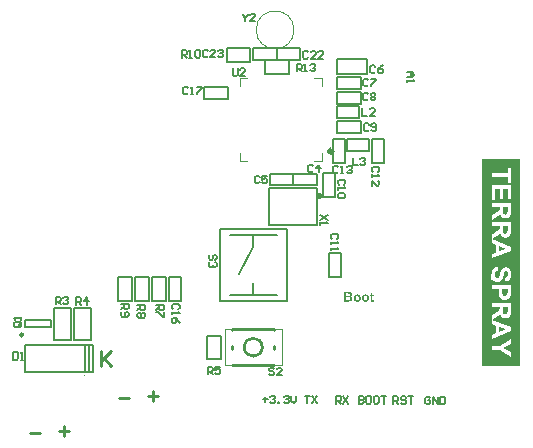
<source format=gto>
G04*
G04 #@! TF.GenerationSoftware,Altium Limited,Altium Designer,20.2.6 (244)*
G04*
G04 Layer_Color=16777215*
%FSLAX44Y44*%
%MOMM*%
G71*
G04*
G04 #@! TF.SameCoordinates,7CDA323B-E038-41B1-B74F-359B52FF9F59*
G04*
G04*
G04 #@! TF.FilePolarity,Positive*
G04*
G01*
G75*
%ADD10C,0.2540*%
%ADD11C,0.2000*%
%ADD12C,0.1000*%
%ADD13C,0.3000*%
%ADD14C,0.2500*%
%ADD15C,0.0760*%
%ADD16C,0.1270*%
%ADD17C,0.1520*%
G36*
X436284Y68016D02*
X404250D01*
Y243250D01*
X436284D01*
Y68016D01*
D02*
G37*
G36*
X291293Y130631D02*
X291528Y130619D01*
X291764Y130606D01*
X291987Y130582D01*
X292185Y130557D01*
X292210D01*
X292272Y130545D01*
X292359Y130520D01*
X292470Y130483D01*
X292607Y130445D01*
X292756Y130383D01*
X292892Y130309D01*
X293041Y130222D01*
X293053Y130210D01*
X293103Y130173D01*
X293177Y130123D01*
X293264Y130036D01*
X293351Y129937D01*
X293462Y129826D01*
X293561Y129689D01*
X293660Y129541D01*
X293673Y129516D01*
X293698Y129466D01*
X293747Y129379D01*
X293797Y129268D01*
X293834Y129119D01*
X293883Y128958D01*
X293908Y128784D01*
X293921Y128586D01*
Y128561D01*
Y128487D01*
X293908Y128375D01*
X293883Y128239D01*
X293846Y128078D01*
X293784Y127904D01*
X293710Y127718D01*
X293611Y127533D01*
X293598Y127508D01*
X293549Y127458D01*
X293487Y127371D01*
X293388Y127272D01*
X293264Y127148D01*
X293127Y127037D01*
X292954Y126925D01*
X292768Y126826D01*
X292780D01*
X292805Y126813D01*
X292842Y126801D01*
X292892Y126789D01*
X293028Y126727D01*
X293189Y126652D01*
X293375Y126553D01*
X293561Y126429D01*
X293747Y126268D01*
X293908Y126082D01*
X293921Y126057D01*
X293970Y125996D01*
X294032Y125884D01*
X294119Y125735D01*
X294193Y125549D01*
X294255Y125351D01*
X294305Y125115D01*
X294317Y124855D01*
Y124830D01*
Y124756D01*
X294305Y124657D01*
X294280Y124508D01*
X294255Y124347D01*
X294206Y124161D01*
X294144Y123975D01*
X294057Y123777D01*
X294045Y123752D01*
X294007Y123690D01*
X293946Y123591D01*
X293871Y123479D01*
X293772Y123343D01*
X293648Y123207D01*
X293512Y123058D01*
X293351Y122934D01*
X293326Y122921D01*
X293276Y122884D01*
X293177Y122835D01*
X293041Y122773D01*
X292880Y122698D01*
X292694Y122636D01*
X292483Y122587D01*
X292247Y122550D01*
X292198D01*
X292161Y122537D01*
X292037D01*
X291950Y122525D01*
X291727D01*
X291578Y122512D01*
X291243D01*
X291033Y122500D01*
X287500D01*
Y130644D01*
X291082D01*
X291293Y130631D01*
D02*
G37*
G36*
X311212Y128400D02*
X312278D01*
Y127161D01*
X311212D01*
Y124756D01*
Y124743D01*
Y124731D01*
Y124694D01*
Y124644D01*
Y124520D01*
Y124384D01*
X311224Y124235D01*
Y124099D01*
Y123987D01*
X311237Y123938D01*
Y123913D01*
Y123888D01*
X311262Y123839D01*
X311311Y123777D01*
X311373Y123715D01*
X311398Y123702D01*
X311448Y123678D01*
X311534Y123653D01*
X311633Y123640D01*
X311671D01*
X311720Y123653D01*
X311795Y123665D01*
X311881Y123678D01*
X311993Y123702D01*
X312117Y123740D01*
X312266Y123789D01*
X312402Y122574D01*
X312377Y122562D01*
X312303Y122537D01*
X312191Y122500D01*
X312043Y122463D01*
X311857Y122426D01*
X311646Y122388D01*
X311410Y122364D01*
X311162Y122351D01*
X311088D01*
X311014Y122364D01*
X310914D01*
X310791Y122388D01*
X310667Y122413D01*
X310530Y122438D01*
X310406Y122488D01*
X310394Y122500D01*
X310357Y122512D01*
X310295Y122537D01*
X310220Y122587D01*
X310059Y122698D01*
X309972Y122773D01*
X309911Y122847D01*
X309898Y122859D01*
X309886Y122884D01*
X309861Y122946D01*
X309824Y123008D01*
X309787Y123107D01*
X309749Y123207D01*
X309725Y123330D01*
X309700Y123467D01*
Y123479D01*
X309687Y123529D01*
Y123603D01*
X309675Y123702D01*
X309663Y123851D01*
Y124049D01*
X309650Y124285D01*
Y124421D01*
Y124570D01*
Y127161D01*
X308931D01*
Y128400D01*
X309650D01*
Y129565D01*
X311212Y130483D01*
Y128400D01*
D02*
G37*
G36*
X305523Y128512D02*
X305634Y128499D01*
X305770Y128475D01*
X305907Y128450D01*
X306068Y128413D01*
X306242Y128363D01*
X306415Y128313D01*
X306601Y128239D01*
X306775Y128152D01*
X306961Y128053D01*
X307146Y127929D01*
X307320Y127805D01*
X307481Y127644D01*
X307493Y127632D01*
X307518Y127607D01*
X307555Y127557D01*
X307617Y127483D01*
X307679Y127409D01*
X307754Y127297D01*
X307828Y127185D01*
X307915Y127049D01*
X307989Y126888D01*
X308064Y126727D01*
X308138Y126541D01*
X308200Y126355D01*
X308262Y126144D01*
X308299Y125921D01*
X308324Y125698D01*
X308336Y125450D01*
Y125438D01*
Y125388D01*
Y125326D01*
X308324Y125227D01*
X308312Y125115D01*
X308287Y124979D01*
X308262Y124830D01*
X308225Y124669D01*
X308188Y124496D01*
X308126Y124322D01*
X308051Y124136D01*
X307977Y123950D01*
X307865Y123764D01*
X307754Y123578D01*
X307617Y123405D01*
X307469Y123231D01*
X307456Y123219D01*
X307432Y123194D01*
X307382Y123145D01*
X307320Y123095D01*
X307233Y123033D01*
X307134Y122959D01*
X307010Y122872D01*
X306874Y122797D01*
X306725Y122711D01*
X306564Y122624D01*
X306390Y122550D01*
X306192Y122488D01*
X305994Y122438D01*
X305770Y122388D01*
X305535Y122364D01*
X305299Y122351D01*
X305163D01*
X305089Y122364D01*
X305002Y122376D01*
X304804Y122401D01*
X304568Y122438D01*
X304308Y122500D01*
X304035Y122587D01*
X303762Y122711D01*
X303750D01*
X303725Y122723D01*
X303688Y122748D01*
X303639Y122785D01*
X303515Y122872D01*
X303354Y122983D01*
X303167Y123132D01*
X302982Y123318D01*
X302808Y123541D01*
X302647Y123789D01*
Y123801D01*
X302635Y123826D01*
X302610Y123863D01*
X302585Y123913D01*
X302560Y123987D01*
X302535Y124062D01*
X302498Y124161D01*
X302461Y124272D01*
X302399Y124520D01*
X302337Y124818D01*
X302288Y125153D01*
X302275Y125512D01*
Y125524D01*
Y125549D01*
Y125586D01*
X302288Y125648D01*
Y125710D01*
X302300Y125797D01*
X302325Y125996D01*
X302362Y126231D01*
X302436Y126479D01*
X302523Y126752D01*
X302647Y127024D01*
Y127037D01*
X302659Y127061D01*
X302684Y127099D01*
X302721Y127148D01*
X302808Y127272D01*
X302932Y127433D01*
X303081Y127619D01*
X303267Y127805D01*
X303477Y127979D01*
X303725Y128140D01*
X303738D01*
X303762Y128152D01*
X303800Y128177D01*
X303849Y128202D01*
X303911Y128227D01*
X303998Y128264D01*
X304184Y128338D01*
X304419Y128400D01*
X304692Y128462D01*
X304977Y128512D01*
X305299Y128524D01*
X305424D01*
X305523Y128512D01*
D02*
G37*
G36*
X298581D02*
X298693Y128499D01*
X298829Y128475D01*
X298966Y128450D01*
X299127Y128413D01*
X299300Y128363D01*
X299474Y128313D01*
X299660Y128239D01*
X299833Y128152D01*
X300019Y128053D01*
X300205Y127929D01*
X300379Y127805D01*
X300540Y127644D01*
X300552Y127632D01*
X300577Y127607D01*
X300614Y127557D01*
X300676Y127483D01*
X300738Y127409D01*
X300812Y127297D01*
X300887Y127185D01*
X300974Y127049D01*
X301048Y126888D01*
X301122Y126727D01*
X301197Y126541D01*
X301259Y126355D01*
X301321Y126144D01*
X301358Y125921D01*
X301383Y125698D01*
X301395Y125450D01*
Y125438D01*
Y125388D01*
Y125326D01*
X301383Y125227D01*
X301370Y125115D01*
X301345Y124979D01*
X301321Y124830D01*
X301283Y124669D01*
X301246Y124496D01*
X301184Y124322D01*
X301110Y124136D01*
X301036Y123950D01*
X300924Y123764D01*
X300812Y123578D01*
X300676Y123405D01*
X300527Y123231D01*
X300515Y123219D01*
X300490Y123194D01*
X300441Y123145D01*
X300379Y123095D01*
X300292Y123033D01*
X300193Y122959D01*
X300069Y122872D01*
X299932Y122797D01*
X299784Y122711D01*
X299622Y122624D01*
X299449Y122550D01*
X299251Y122488D01*
X299052Y122438D01*
X298829Y122388D01*
X298594Y122364D01*
X298358Y122351D01*
X298222D01*
X298148Y122364D01*
X298061Y122376D01*
X297862Y122401D01*
X297627Y122438D01*
X297367Y122500D01*
X297094Y122587D01*
X296821Y122711D01*
X296809D01*
X296784Y122723D01*
X296747Y122748D01*
X296697Y122785D01*
X296573Y122872D01*
X296412Y122983D01*
X296226Y123132D01*
X296040Y123318D01*
X295867Y123541D01*
X295706Y123789D01*
Y123801D01*
X295693Y123826D01*
X295668Y123863D01*
X295644Y123913D01*
X295619Y123987D01*
X295594Y124062D01*
X295557Y124161D01*
X295520Y124272D01*
X295458Y124520D01*
X295396Y124818D01*
X295346Y125153D01*
X295334Y125512D01*
Y125524D01*
Y125549D01*
Y125586D01*
X295346Y125648D01*
Y125710D01*
X295359Y125797D01*
X295383Y125996D01*
X295420Y126231D01*
X295495Y126479D01*
X295582Y126752D01*
X295706Y127024D01*
Y127037D01*
X295718Y127061D01*
X295743Y127099D01*
X295780Y127148D01*
X295867Y127272D01*
X295991Y127433D01*
X296140Y127619D01*
X296325Y127805D01*
X296536Y127979D01*
X296784Y128140D01*
X296796D01*
X296821Y128152D01*
X296858Y128177D01*
X296908Y128202D01*
X296970Y128227D01*
X297057Y128264D01*
X297243Y128338D01*
X297478Y128400D01*
X297751Y128462D01*
X298036Y128512D01*
X298358Y128524D01*
X298482D01*
X298581Y128512D01*
D02*
G37*
%LPC*%
G36*
X428298Y235598D02*
X412261D01*
Y222930D01*
D01*
Y227641D01*
X425588D01*
Y222930D01*
X428298D01*
Y235598D01*
D02*
G37*
G36*
Y220806D02*
X412261D01*
Y208626D01*
X414970D01*
Y217560D01*
X419315D01*
Y209553D01*
X422024D01*
Y217560D01*
X425588D01*
Y208943D01*
X428298D01*
Y220806D01*
D02*
G37*
G36*
Y205868D02*
X412261D01*
Y191515D01*
X415385Y193468D01*
X415727Y193687D01*
X416020Y193883D01*
X416313Y194053D01*
X416581Y194249D01*
X417020Y194542D01*
X417387Y194810D01*
X417655Y195030D01*
X417826Y195176D01*
X417948Y195274D01*
X417972Y195298D01*
X418241Y195567D01*
X418485Y195860D01*
X418729Y196153D01*
X418924Y196421D01*
X419095Y196665D01*
X419217Y196861D01*
X419291Y196982D01*
X419315Y197007D01*
Y197031D01*
X419388Y196641D01*
X419461Y196299D01*
X419559Y195957D01*
X419681Y195664D01*
X419803Y195371D01*
X419925Y195103D01*
X420047Y194883D01*
X420169Y194664D01*
X420291Y194493D01*
X420413Y194322D01*
X420535Y194200D01*
X420609Y194078D01*
X420706Y194005D01*
X420755Y193931D01*
X420779Y193883D01*
X420804D01*
X421024Y193687D01*
X421268Y193516D01*
X421756Y193272D01*
X422268Y193077D01*
X422732Y192931D01*
X423147Y192857D01*
X423318Y192833D01*
X423489D01*
X423611Y192808D01*
X423709D01*
X423757D01*
X423782D01*
X424295Y192833D01*
X424783Y192906D01*
X425198Y193028D01*
X425564Y193150D01*
X425881Y193297D01*
X426101Y193394D01*
X426247Y193492D01*
X426296Y193516D01*
X426687Y193809D01*
X427004Y194102D01*
X427272Y194420D01*
X427492Y194713D01*
X427663Y194981D01*
X427785Y195201D01*
X427834Y195347D01*
X427858Y195371D01*
Y195396D01*
X427932Y195616D01*
X428005Y195884D01*
X428102Y196470D01*
X428200Y197080D01*
X428249Y197690D01*
X428273Y197959D01*
Y198472D01*
X428298Y198691D01*
Y205868D01*
D02*
G37*
G36*
Y189708D02*
X412261D01*
Y186462D01*
X418949D01*
Y185437D01*
X418924Y185095D01*
X418900Y184827D01*
X418851Y184607D01*
X418827Y184436D01*
X418778Y184314D01*
X418754Y184241D01*
Y184216D01*
X418680Y184021D01*
X418583Y183850D01*
X418363Y183533D01*
X418265Y183411D01*
X418168Y183313D01*
X418119Y183265D01*
X418094Y183240D01*
X417997Y183142D01*
X417850Y183045D01*
X417509Y182776D01*
X417142Y182483D01*
X416727Y182215D01*
X416337Y181946D01*
X416190Y181824D01*
X416020Y181727D01*
X415898Y181653D01*
X415800Y181580D01*
X415751Y181556D01*
X415727Y181531D01*
X412261Y179237D01*
Y179457D01*
Y175356D01*
X415385Y177309D01*
X415727Y177528D01*
X416020Y177724D01*
X416313Y177894D01*
X416581Y178090D01*
X417020Y178383D01*
X417387Y178651D01*
X417655Y178871D01*
X417826Y179017D01*
X417948Y179115D01*
X417972Y179139D01*
X418241Y179408D01*
X418485Y179701D01*
X418729Y179994D01*
X418924Y180262D01*
X419095Y180506D01*
X419217Y180702D01*
X419291Y180823D01*
X419315Y180848D01*
Y180872D01*
X419388Y180482D01*
X419461Y180140D01*
X419559Y179798D01*
X419681Y179505D01*
X419803Y179212D01*
X419925Y178944D01*
X420047Y178724D01*
X420169Y178505D01*
X420291Y178334D01*
X420413Y178163D01*
X420535Y178041D01*
X420609Y177919D01*
X420706Y177846D01*
X420755Y177772D01*
X420779Y177724D01*
X420804D01*
X421024Y177528D01*
X421268Y177357D01*
X421756Y177113D01*
X422268Y176918D01*
X422732Y176772D01*
X423147Y176698D01*
X423318Y176674D01*
X423489D01*
X423611Y176649D01*
X423709D01*
X423757D01*
X423782D01*
X424295Y176674D01*
X424783Y176747D01*
X425198Y176869D01*
X425564Y176991D01*
X425881Y177138D01*
X426101Y177235D01*
X426247Y177333D01*
X426296Y177357D01*
X426687Y177650D01*
X427004Y177943D01*
X427272Y178260D01*
X427492Y178553D01*
X427663Y178822D01*
X427785Y179042D01*
X427834Y179188D01*
X427858Y179212D01*
Y179237D01*
X427932Y179457D01*
X428005Y179725D01*
X428102Y180311D01*
X428200Y180921D01*
X428249Y181531D01*
X428273Y181800D01*
Y182313D01*
X428298Y182532D01*
Y189708D01*
D02*
G37*
G36*
Y175185D02*
X412261D01*
Y159099D01*
D01*
X428298Y165543D01*
Y168960D01*
X412261Y175185D01*
X428298D01*
D01*
D02*
G37*
G36*
X428566Y152020D02*
X411968D01*
Y138986D01*
Y145406D01*
X411992Y144649D01*
X412065Y143990D01*
X412139Y143404D01*
X412261Y142891D01*
X412309Y142672D01*
X412358Y142476D01*
X412407Y142330D01*
X412431Y142183D01*
X412480Y142086D01*
X412505Y142013D01*
X412529Y141964D01*
Y141939D01*
X412773Y141427D01*
X413066Y141012D01*
X413359Y140621D01*
X413652Y140328D01*
X413896Y140084D01*
X414116Y139913D01*
X414262Y139791D01*
X414287Y139767D01*
X414311D01*
X414775Y139498D01*
X415239Y139303D01*
X415678Y139181D01*
X416068Y139083D01*
X416410Y139035D01*
X416679Y138986D01*
X416923D01*
X417460Y139010D01*
X417948Y139083D01*
X418387Y139206D01*
X418754Y139303D01*
X419046Y139425D01*
X419291Y139547D01*
X419413Y139620D01*
X419461Y139645D01*
X419827Y139913D01*
X420169Y140182D01*
X420438Y140475D01*
X420682Y140768D01*
X420853Y141012D01*
X420999Y141207D01*
X421072Y141354D01*
X421097Y141378D01*
Y141402D01*
X421219Y141622D01*
X421316Y141866D01*
X421536Y142428D01*
X421707Y142989D01*
X421902Y143575D01*
X422024Y144087D01*
X422098Y144307D01*
X422146Y144502D01*
X422195Y144673D01*
X422220Y144795D01*
X422244Y144868D01*
Y144893D01*
X422342Y145308D01*
X422464Y145698D01*
X422561Y146040D01*
X422659Y146333D01*
X422732Y146626D01*
X422830Y146846D01*
X422903Y147065D01*
X423001Y147236D01*
X423074Y147407D01*
X423123Y147529D01*
X423220Y147724D01*
X423294Y147822D01*
X423318Y147846D01*
X423489Y147993D01*
X423635Y148115D01*
X423806Y148188D01*
X423953Y148261D01*
X424099Y148286D01*
X424197Y148310D01*
X424270D01*
X424295D01*
X424514Y148286D01*
X424709Y148237D01*
X424880Y148164D01*
X425027Y148066D01*
X425149Y147969D01*
X425222Y147895D01*
X425271Y147846D01*
X425295Y147822D01*
X425490Y147505D01*
X425637Y147139D01*
X425735Y146772D01*
X425808Y146431D01*
X425857Y146113D01*
X425881Y145845D01*
Y145625D01*
X425857Y145137D01*
X425783Y144722D01*
X425710Y144380D01*
X425613Y144087D01*
X425490Y143868D01*
X425417Y143721D01*
X425344Y143624D01*
X425320Y143599D01*
X425100Y143355D01*
X424832Y143160D01*
X424538Y143013D01*
X424246Y142891D01*
X423977Y142794D01*
X423757Y142745D01*
X423611Y142696D01*
X423587D01*
X423562D01*
X423684Y139450D01*
X424075Y139474D01*
X424465Y139547D01*
X424832Y139645D01*
X425173Y139742D01*
X425759Y140011D01*
X426027Y140133D01*
X426272Y140280D01*
X426491Y140426D01*
X426687Y140572D01*
X426857Y140695D01*
X426979Y140816D01*
X427077Y140914D01*
X427150Y140987D01*
X427199Y141036D01*
X427224Y141061D01*
X427468Y141354D01*
X427663Y141695D01*
X427858Y142037D01*
X428005Y142403D01*
X428249Y143160D01*
X428395Y143892D01*
X428444Y144234D01*
X428493Y144551D01*
X428517Y144844D01*
X428542Y145113D01*
X428566Y145308D01*
Y145601D01*
X428542Y146260D01*
X428469Y146870D01*
X428395Y147407D01*
X428298Y147871D01*
X428176Y148237D01*
X428127Y148383D01*
X428102Y148505D01*
X428054Y148603D01*
X428029Y148701D01*
X428005Y148725D01*
Y148750D01*
X427785Y149213D01*
X427517Y149604D01*
X427248Y149946D01*
X426979Y150214D01*
X426735Y150434D01*
X426540Y150605D01*
X426418Y150702D01*
X426394Y150727D01*
X426369D01*
X425954Y150946D01*
X425564Y151117D01*
X425173Y151239D01*
X424832Y151313D01*
X424514Y151361D01*
X424295Y151410D01*
X424197D01*
X424124D01*
X424099D01*
X424075D01*
X423733Y151386D01*
X423391Y151337D01*
X423074Y151264D01*
X422781Y151191D01*
X422220Y150946D01*
X421756Y150678D01*
X421561Y150531D01*
X421365Y150409D01*
X421219Y150287D01*
X421097Y150165D01*
X420999Y150092D01*
X420926Y150019D01*
X420877Y149970D01*
X420853Y149946D01*
X420682Y149726D01*
X420511Y149482D01*
X420194Y148945D01*
X419925Y148335D01*
X419706Y147724D01*
X419510Y147187D01*
X419437Y146943D01*
X419388Y146724D01*
X419339Y146553D01*
X419291Y146431D01*
X419266Y146333D01*
Y146309D01*
X419169Y145942D01*
X419095Y145625D01*
X419022Y145332D01*
X418949Y145064D01*
X418876Y144820D01*
X418827Y144624D01*
X418778Y144429D01*
X418729Y144283D01*
X418656Y144038D01*
X418607Y143868D01*
X418558Y143770D01*
Y143746D01*
X418436Y143453D01*
X418314Y143209D01*
X418217Y143013D01*
X418094Y142843D01*
X417997Y142720D01*
X417924Y142647D01*
X417875Y142598D01*
X417850Y142574D01*
X417704Y142452D01*
X417533Y142379D01*
X417240Y142281D01*
X417094Y142257D01*
X416996Y142232D01*
X416923D01*
X416898D01*
X416581Y142257D01*
X416288Y142354D01*
X416020Y142476D01*
X415800Y142623D01*
X415605Y142794D01*
X415483Y142916D01*
X415385Y143013D01*
X415361Y143038D01*
X415141Y143355D01*
X414970Y143721D01*
X414872Y144112D01*
X414775Y144502D01*
X414726Y144844D01*
X414702Y145113D01*
Y145381D01*
X414726Y145918D01*
X414824Y146382D01*
X414946Y146772D01*
X415068Y147114D01*
X415214Y147383D01*
X415312Y147578D01*
X415409Y147700D01*
X415434Y147749D01*
X415751Y148042D01*
X416117Y148286D01*
X416508Y148481D01*
X416874Y148628D01*
X417240Y148750D01*
X417509Y148823D01*
X417631Y148847D01*
X417704D01*
X417753Y148872D01*
X417777D01*
X417460Y152020D01*
X428566D01*
D02*
G37*
G36*
X428298Y136228D02*
X412261D01*
Y123950D01*
D01*
Y132981D01*
X418314D01*
Y130101D01*
X418339Y129759D01*
Y129442D01*
X418363Y129124D01*
X418387Y128856D01*
X418412Y128612D01*
X418436Y128392D01*
Y128197D01*
X418461Y128026D01*
X418485Y127879D01*
X418509Y127758D01*
Y127660D01*
X418534Y127587D01*
Y127538D01*
X418632Y127220D01*
X418729Y126903D01*
X418851Y126635D01*
X418998Y126366D01*
X419095Y126171D01*
X419193Y126000D01*
X419266Y125878D01*
X419291Y125854D01*
X419535Y125561D01*
X419779Y125292D01*
X420047Y125048D01*
X420316Y124853D01*
X420535Y124706D01*
X420706Y124584D01*
X420828Y124511D01*
X420877Y124487D01*
X421268Y124316D01*
X421683Y124169D01*
X422098Y124072D01*
X422488Y124023D01*
X422830Y123974D01*
X423098Y123950D01*
X423343D01*
X424026Y123998D01*
X424636Y124096D01*
X425173Y124242D01*
X425637Y124413D01*
X425979Y124609D01*
X426125Y124682D01*
X426247Y124755D01*
X426345Y124804D01*
X426418Y124853D01*
X426442Y124902D01*
X426467D01*
X426882Y125268D01*
X427224Y125658D01*
X427517Y126024D01*
X427712Y126391D01*
X427883Y126708D01*
X427980Y126976D01*
X428005Y127074D01*
X428029Y127123D01*
X428054Y127172D01*
Y127196D01*
X428102Y127391D01*
X428127Y127611D01*
X428176Y127879D01*
X428200Y128172D01*
X428249Y128807D01*
X428273Y129466D01*
Y129783D01*
X428298Y130076D01*
Y136228D01*
D02*
G37*
G36*
Y121289D02*
X412261D01*
Y106936D01*
X415385Y108889D01*
X415727Y109109D01*
X416020Y109304D01*
X416313Y109475D01*
X416581Y109670D01*
X417020Y109963D01*
X417387Y110232D01*
X417655Y110451D01*
X417826Y110598D01*
X417948Y110695D01*
X417972Y110720D01*
X418241Y110988D01*
X418485Y111281D01*
X418729Y111574D01*
X418924Y111842D01*
X419095Y112087D01*
X419217Y112282D01*
X419291Y112404D01*
X419315Y112428D01*
Y112453D01*
X419388Y112062D01*
X419461Y111721D01*
X419559Y111379D01*
X419681Y111086D01*
X419803Y110793D01*
X419925Y110524D01*
X420047Y110305D01*
X420169Y110085D01*
X420291Y109914D01*
X420413Y109743D01*
X420535Y109621D01*
X420609Y109499D01*
X420706Y109426D01*
X420755Y109353D01*
X420779Y109304D01*
X420804D01*
X421024Y109109D01*
X421268Y108938D01*
X421756Y108694D01*
X422268Y108498D01*
X422732Y108352D01*
X423147Y108279D01*
X423318Y108254D01*
X423489D01*
X423611Y108230D01*
X423709D01*
X423757D01*
X423782D01*
X424295Y108254D01*
X424783Y108328D01*
X425198Y108450D01*
X425564Y108572D01*
X425881Y108718D01*
X426101Y108816D01*
X426247Y108913D01*
X426296Y108938D01*
X426687Y109231D01*
X427004Y109524D01*
X427272Y109841D01*
X427492Y110134D01*
X427663Y110402D01*
X427785Y110622D01*
X427834Y110768D01*
X427858Y110793D01*
Y110817D01*
X427932Y111037D01*
X428005Y111306D01*
X428102Y111891D01*
X428200Y112502D01*
X428249Y113112D01*
X428273Y113380D01*
Y113893D01*
X428298Y114113D01*
Y121289D01*
D02*
G37*
G36*
Y106765D02*
X412261D01*
Y90680D01*
D01*
X428298Y97124D01*
Y100541D01*
X412261Y106765D01*
X428298D01*
D01*
D02*
G37*
G36*
Y90631D02*
X412261D01*
Y75668D01*
D01*
Y81526D01*
X418973D01*
X428298Y75668D01*
Y79378D01*
X421927Y83088D01*
X428298Y86872D01*
Y90631D01*
X418998Y84773D01*
X412261D01*
Y90631D01*
X428298D01*
D01*
D02*
G37*
%LPD*%
G36*
X425588Y230887D02*
X412261D01*
Y235598D01*
X425588D01*
Y230887D01*
D02*
G37*
G36*
Y198935D02*
X425564Y198716D01*
Y198227D01*
X425539Y198008D01*
Y197886D01*
X425515Y197812D01*
Y197788D01*
X425442Y197519D01*
X425368Y197275D01*
X425271Y197080D01*
X425149Y196909D01*
X425051Y196763D01*
X424953Y196665D01*
X424905Y196616D01*
X424880Y196592D01*
X424685Y196446D01*
X424465Y196348D01*
X424246Y196250D01*
X424050Y196201D01*
X423880Y196177D01*
X423733Y196153D01*
X423611D01*
X423587D01*
X423318Y196177D01*
X423098Y196201D01*
X422879Y196250D01*
X422708Y196324D01*
X422561Y196397D01*
X422464Y196446D01*
X422391Y196470D01*
X422366Y196494D01*
X422195Y196616D01*
X422073Y196763D01*
X421853Y197056D01*
X421805Y197202D01*
X421756Y197300D01*
X421707Y197373D01*
Y197397D01*
X421683Y197519D01*
X421634Y197690D01*
X421609Y197861D01*
X421585Y198081D01*
X421561Y198545D01*
X421536Y199033D01*
X421512Y199497D01*
Y202621D01*
X425588D01*
Y198935D01*
D02*
G37*
G36*
X418949Y201596D02*
X418924Y201254D01*
X418900Y200986D01*
X418851Y200766D01*
X418827Y200595D01*
X418778Y200473D01*
X418754Y200400D01*
Y200375D01*
X418680Y200180D01*
X418583Y200009D01*
X418363Y199692D01*
X418265Y199570D01*
X418168Y199472D01*
X418119Y199424D01*
X418094Y199399D01*
X417997Y199301D01*
X417850Y199204D01*
X417509Y198935D01*
X417142Y198642D01*
X416727Y198374D01*
X416337Y198105D01*
X416190Y197983D01*
X416020Y197886D01*
X415898Y197812D01*
X415800Y197739D01*
X415751Y197715D01*
X415727Y197690D01*
X412261Y195396D01*
Y202621D01*
X418949D01*
Y201596D01*
D02*
G37*
G36*
X425588Y182776D02*
X425564Y182557D01*
Y182068D01*
X425539Y181849D01*
Y181727D01*
X425515Y181653D01*
Y181629D01*
X425442Y181360D01*
X425368Y181116D01*
X425271Y180921D01*
X425149Y180750D01*
X425051Y180604D01*
X424953Y180506D01*
X424905Y180457D01*
X424880Y180433D01*
X424685Y180287D01*
X424465Y180189D01*
X424246Y180091D01*
X424050Y180042D01*
X423880Y180018D01*
X423733Y179994D01*
X423611D01*
X423587D01*
X423318Y180018D01*
X423098Y180042D01*
X422879Y180091D01*
X422708Y180165D01*
X422561Y180238D01*
X422464Y180287D01*
X422391Y180311D01*
X422366Y180335D01*
X422195Y180457D01*
X422073Y180604D01*
X421853Y180897D01*
X421805Y181043D01*
X421756Y181141D01*
X421707Y181214D01*
Y181238D01*
X421683Y181360D01*
X421634Y181531D01*
X421609Y181702D01*
X421585Y181922D01*
X421561Y182386D01*
X421536Y182874D01*
X421512Y183338D01*
Y186462D01*
X425588D01*
Y182776D01*
D02*
G37*
G36*
X424563Y167276D02*
X418607Y165031D01*
Y169449D01*
X424563Y167276D01*
D02*
G37*
G36*
X415898Y170450D02*
Y163981D01*
X412261Y162614D01*
Y171768D01*
X415898Y170450D01*
D02*
G37*
G36*
X416972Y151947D02*
X416508Y151850D01*
X416068Y151728D01*
X415678Y151606D01*
X415312Y151435D01*
X414970Y151288D01*
X414677Y151117D01*
X414384Y150946D01*
X414165Y150775D01*
X413945Y150629D01*
X413774Y150483D01*
X413628Y150361D01*
X413506Y150239D01*
X413432Y150165D01*
X413383Y150117D01*
X413359Y150092D01*
X413115Y149775D01*
X412895Y149409D01*
X412724Y149043D01*
X412553Y148676D01*
X412431Y148286D01*
X412309Y147895D01*
X412139Y147139D01*
X412090Y146772D01*
X412041Y146455D01*
X412016Y146162D01*
X411992Y145918D01*
X411968Y145698D01*
Y152020D01*
X417460D01*
X416972Y151947D01*
D02*
G37*
G36*
X425588Y130565D02*
X425564Y130345D01*
X425539Y129930D01*
Y129613D01*
X425515Y129393D01*
X425490Y129247D01*
X425466Y129149D01*
Y129124D01*
X425393Y128832D01*
X425295Y128587D01*
X425173Y128343D01*
X425051Y128172D01*
X424929Y128002D01*
X424832Y127904D01*
X424758Y127831D01*
X424734Y127806D01*
X424514Y127635D01*
X424270Y127513D01*
X424026Y127416D01*
X423806Y127367D01*
X423611Y127318D01*
X423440Y127294D01*
X423343D01*
X423294D01*
X423050Y127318D01*
X422805Y127343D01*
X422586Y127416D01*
X422415Y127465D01*
X422268Y127538D01*
X422146Y127611D01*
X422073Y127635D01*
X422049Y127660D01*
X421853Y127806D01*
X421707Y127977D01*
X421561Y128148D01*
X421463Y128319D01*
X421365Y128465D01*
X421316Y128587D01*
X421292Y128661D01*
X421268Y128685D01*
X421219Y128807D01*
X421194Y128978D01*
X421121Y129344D01*
X421072Y129759D01*
X421048Y130198D01*
Y130589D01*
X421024Y130760D01*
Y132981D01*
X425588D01*
Y130565D01*
D02*
G37*
G36*
Y114357D02*
X425564Y114137D01*
Y113649D01*
X425539Y113429D01*
Y113307D01*
X425515Y113234D01*
Y113209D01*
X425442Y112941D01*
X425368Y112697D01*
X425271Y112502D01*
X425149Y112331D01*
X425051Y112184D01*
X424953Y112087D01*
X424905Y112038D01*
X424880Y112013D01*
X424685Y111867D01*
X424465Y111769D01*
X424246Y111672D01*
X424050Y111623D01*
X423880Y111599D01*
X423733Y111574D01*
X423611D01*
X423587D01*
X423318Y111599D01*
X423098Y111623D01*
X422879Y111672D01*
X422708Y111745D01*
X422561Y111818D01*
X422464Y111867D01*
X422391Y111891D01*
X422366Y111916D01*
X422195Y112038D01*
X422073Y112184D01*
X421853Y112477D01*
X421805Y112624D01*
X421756Y112721D01*
X421707Y112795D01*
Y112819D01*
X421683Y112941D01*
X421634Y113112D01*
X421609Y113283D01*
X421585Y113502D01*
X421561Y113966D01*
X421536Y114454D01*
X421512Y114918D01*
Y118042D01*
X425588D01*
Y114357D01*
D02*
G37*
G36*
X418949Y117017D02*
X418924Y116676D01*
X418900Y116407D01*
X418851Y116187D01*
X418827Y116017D01*
X418778Y115894D01*
X418754Y115821D01*
Y115797D01*
X418680Y115602D01*
X418583Y115431D01*
X418363Y115113D01*
X418265Y114991D01*
X418168Y114894D01*
X418119Y114845D01*
X418094Y114820D01*
X417997Y114723D01*
X417850Y114625D01*
X417509Y114357D01*
X417142Y114064D01*
X416727Y113795D01*
X416337Y113527D01*
X416190Y113405D01*
X416020Y113307D01*
X415898Y113234D01*
X415800Y113161D01*
X415751Y113136D01*
X415727Y113112D01*
X412261Y110817D01*
Y118042D01*
X418949D01*
Y117017D01*
D02*
G37*
G36*
X424563Y98857D02*
X418607Y96611D01*
Y101029D01*
X424563Y98857D01*
D02*
G37*
G36*
X415898Y102030D02*
Y95562D01*
X412261Y94195D01*
Y103348D01*
X415898Y102030D01*
D02*
G37*
%LPC*%
G36*
X290797Y129293D02*
X289149D01*
Y127409D01*
X290723D01*
X290933Y127421D01*
X291293D01*
X291367Y127433D01*
X291442D01*
X291491Y127446D01*
X291566Y127458D01*
X291652Y127483D01*
X291764Y127520D01*
X291875Y127570D01*
X291975Y127644D01*
X292074Y127718D01*
X292086Y127731D01*
X292111Y127768D01*
X292148Y127817D01*
X292198Y127892D01*
X292247Y127991D01*
X292285Y128090D01*
X292309Y128227D01*
X292322Y128363D01*
Y128375D01*
Y128425D01*
X292309Y128499D01*
X292297Y128574D01*
X292272Y128673D01*
X292235Y128772D01*
X292185Y128871D01*
X292111Y128970D01*
X292099Y128983D01*
X292074Y129008D01*
X292024Y129045D01*
X291950Y129094D01*
X291863Y129144D01*
X291764Y129193D01*
X291640Y129231D01*
X291491Y129255D01*
X291479D01*
X291429Y129268D01*
X291293D01*
X291219Y129280D01*
X290921D01*
X290797Y129293D01*
D02*
G37*
G36*
X290847Y126057D02*
X289149D01*
Y123876D01*
X290958D01*
X291132Y123888D01*
X291330D01*
X291516Y123901D01*
X291677Y123913D01*
X291739D01*
X291789Y123926D01*
X291801D01*
X291851Y123938D01*
X291913Y123963D01*
X291999Y123987D01*
X292086Y124037D01*
X292198Y124087D01*
X292297Y124161D01*
X292384Y124248D01*
X292396Y124260D01*
X292421Y124297D01*
X292458Y124359D01*
X292508Y124434D01*
X292545Y124533D01*
X292582Y124657D01*
X292607Y124793D01*
X292619Y124942D01*
Y124954D01*
Y125004D01*
X292607Y125066D01*
X292594Y125153D01*
X292570Y125252D01*
X292545Y125351D01*
X292495Y125463D01*
X292433Y125562D01*
X292421Y125574D01*
X292396Y125599D01*
X292359Y125648D01*
X292309Y125710D01*
X292235Y125772D01*
X292148Y125834D01*
X292049Y125884D01*
X291925Y125934D01*
X291913D01*
X291851Y125958D01*
X291764Y125971D01*
X291690Y125983D01*
X291615Y125996D01*
X291528Y126008D01*
X291417Y126020D01*
X291305Y126033D01*
X291169D01*
X291020Y126045D01*
X290847Y126057D01*
D02*
G37*
G36*
X305299Y127247D02*
X305275D01*
X305200Y127235D01*
X305089Y127223D01*
X304940Y127185D01*
X304779Y127136D01*
X304618Y127049D01*
X304444Y126938D01*
X304283Y126776D01*
X304271Y126752D01*
X304221Y126690D01*
X304159Y126578D01*
X304085Y126429D01*
X303998Y126243D01*
X303936Y126008D01*
X303887Y125748D01*
X303874Y125438D01*
Y125425D01*
Y125400D01*
Y125351D01*
X303887Y125289D01*
Y125215D01*
X303899Y125140D01*
X303924Y124942D01*
X303973Y124719D01*
X304048Y124496D01*
X304147Y124285D01*
X304283Y124087D01*
X304308Y124062D01*
X304357Y124012D01*
X304444Y123938D01*
X304568Y123863D01*
X304717Y123777D01*
X304890Y123702D01*
X305076Y123653D01*
X305299Y123628D01*
X305324D01*
X305399Y123640D01*
X305510Y123653D01*
X305659Y123690D01*
X305820Y123740D01*
X305981Y123826D01*
X306155Y123938D01*
X306316Y124087D01*
X306328Y124111D01*
X306378Y124173D01*
X306452Y124285D01*
X306527Y124434D01*
X306601Y124620D01*
X306675Y124855D01*
X306725Y125128D01*
X306737Y125438D01*
Y125450D01*
Y125475D01*
Y125524D01*
Y125586D01*
X306725Y125648D01*
X306713Y125735D01*
X306688Y125934D01*
X306638Y126144D01*
X306564Y126367D01*
X306452Y126578D01*
X306316Y126776D01*
X306304Y126801D01*
X306242Y126851D01*
X306155Y126925D01*
X306031Y127012D01*
X305895Y127099D01*
X305721Y127173D01*
X305523Y127223D01*
X305299Y127247D01*
D02*
G37*
G36*
X298358D02*
X298333D01*
X298259Y127235D01*
X298148Y127223D01*
X297999Y127185D01*
X297838Y127136D01*
X297677Y127049D01*
X297503Y126938D01*
X297342Y126776D01*
X297329Y126752D01*
X297280Y126690D01*
X297218Y126578D01*
X297143Y126429D01*
X297057Y126243D01*
X296995Y126008D01*
X296945Y125748D01*
X296933Y125438D01*
Y125425D01*
Y125400D01*
Y125351D01*
X296945Y125289D01*
Y125215D01*
X296957Y125140D01*
X296982Y124942D01*
X297032Y124719D01*
X297106Y124496D01*
X297206Y124285D01*
X297342Y124087D01*
X297367Y124062D01*
X297416Y124012D01*
X297503Y123938D01*
X297627Y123863D01*
X297776Y123777D01*
X297949Y123702D01*
X298135Y123653D01*
X298358Y123628D01*
X298383D01*
X298457Y123640D01*
X298569Y123653D01*
X298718Y123690D01*
X298879Y123740D01*
X299040Y123826D01*
X299214Y123938D01*
X299375Y124087D01*
X299387Y124111D01*
X299437Y124173D01*
X299511Y124285D01*
X299585Y124434D01*
X299660Y124620D01*
X299734Y124855D01*
X299784Y125128D01*
X299796Y125438D01*
Y125450D01*
Y125475D01*
Y125524D01*
Y125586D01*
X299784Y125648D01*
X299771Y125735D01*
X299746Y125934D01*
X299697Y126144D01*
X299622Y126367D01*
X299511Y126578D01*
X299375Y126776D01*
X299362Y126801D01*
X299300Y126851D01*
X299214Y126925D01*
X299090Y127012D01*
X298953Y127099D01*
X298780Y127173D01*
X298581Y127223D01*
X298358Y127247D01*
D02*
G37*
%LPD*%
D10*
X217930Y83820D02*
G03*
X217930Y83820I-7620J0D01*
G01*
X192530Y68579D02*
Y69008D01*
Y68579D02*
X228090D01*
X192530Y82631D02*
Y85008D01*
X228090Y98631D02*
Y99059D01*
X192530D02*
X228090D01*
X192530Y98631D02*
Y99059D01*
X228090Y82631D02*
Y85008D01*
Y68579D02*
Y69008D01*
X21040Y11290D02*
X29504D01*
X45790Y13022D02*
X54254D01*
X50022Y17254D02*
Y8790D01*
X121040Y42772D02*
X129504D01*
X125272Y47004D02*
Y38540D01*
X96290Y41040D02*
X104754D01*
X81790Y80986D02*
Y68290D01*
Y72522D01*
X90254Y80986D01*
X83906Y74638D01*
X90254Y68290D01*
X264540Y211290D02*
Y213829D01*
X267079D01*
Y211290D01*
X264540D01*
D11*
X269892Y212906D02*
G03*
X269892Y212906I-1000J0D01*
G01*
X223934Y218748D02*
X264066D01*
X223934Y187252D02*
Y218748D01*
Y187252D02*
X264066D01*
Y218748D01*
X281189Y300083D02*
X301189D01*
Y290083D02*
Y300083D01*
X281189Y290083D02*
X301189D01*
X281189D02*
Y300083D01*
X290000Y259749D02*
X308500D01*
Y249749D02*
Y259749D01*
X290000Y249749D02*
X308500D01*
X290000D02*
Y259749D01*
X277751Y239749D02*
Y259749D01*
X287751D01*
Y239749D02*
Y259749D01*
X277751Y239749D02*
X287751D01*
X310751D02*
Y259749D01*
X320751D01*
Y239749D02*
Y259749D01*
X310751Y239749D02*
X320751D01*
X281189Y275191D02*
X301189D01*
Y265191D02*
Y275191D01*
X281189Y265191D02*
X301189D01*
X281189D02*
Y275191D01*
Y287639D02*
X299689D01*
Y277639D02*
Y287639D01*
X281189Y277639D02*
X299689D01*
X281189D02*
Y287639D01*
X210249Y336749D02*
X230249D01*
Y326749D02*
Y336749D01*
X210249Y326749D02*
X230249D01*
X210249D02*
Y336749D01*
X220250Y326750D02*
X240250D01*
X220250Y314750D02*
Y326750D01*
Y314750D02*
X240250D01*
Y326750D01*
X230251Y326751D02*
X250251D01*
X230251D02*
Y336751D01*
X250251D01*
Y326751D02*
Y336751D01*
X187750Y325500D02*
X207750D01*
Y337500D01*
X187750D02*
X207750D01*
X187750Y325500D02*
Y337500D01*
X169001Y294001D02*
X189001D01*
X169001D02*
Y304001D01*
X189001D01*
Y294001D02*
Y304001D01*
X95500Y143250D02*
X107500D01*
Y123250D02*
Y143250D01*
X95500Y123250D02*
X107500D01*
X95500D02*
Y143250D01*
X110006D02*
X122006D01*
Y123250D02*
Y143250D01*
X110006Y123250D02*
X122006D01*
X110006D02*
Y143250D01*
X124511Y123250D02*
X136511D01*
X124511D02*
Y143250D01*
X136511D01*
Y123250D02*
Y143250D01*
X170750Y93500D02*
X182750D01*
Y73500D02*
Y93500D01*
X170750Y73500D02*
X182750D01*
X170750D02*
Y93500D01*
X269257Y230993D02*
X279257D01*
X269257Y210993D02*
Y230993D01*
Y210993D02*
X279257D01*
Y230993D01*
X281189Y302529D02*
Y312529D01*
Y302529D02*
X301189D01*
Y312529D01*
X281189D02*
X301189D01*
X281189Y327712D02*
X306973D01*
Y315050D02*
Y327712D01*
X281189Y315050D02*
X306973D01*
X281189D02*
Y327712D01*
X264251Y220751D02*
Y230751D01*
X244251D02*
X264251D01*
X244251Y220751D02*
Y230751D01*
Y220751D02*
X264251D01*
X16681Y100558D02*
Y106558D01*
X38681Y100558D02*
Y106558D01*
X16681Y100558D02*
X38681D01*
X16681Y106558D02*
X38681D01*
X139017Y143250D02*
X149017D01*
X139017Y123250D02*
Y143250D01*
Y123250D02*
X149017D01*
Y143250D01*
X224249Y220749D02*
Y230749D01*
Y220749D02*
X244249D01*
Y230749D01*
X224249D02*
X244249D01*
X274653Y163163D02*
X284653D01*
X274653Y143163D02*
Y163163D01*
Y143163D02*
X284653D01*
Y163163D01*
X41630Y89809D02*
Y117431D01*
X55958D01*
Y89809D02*
Y117431D01*
X41630Y89809D02*
X55958D01*
X58201Y89569D02*
Y117191D01*
X72529D01*
Y89569D02*
Y117191D01*
X58201Y89569D02*
X72529D01*
D12*
X244750Y352500D02*
G03*
X244750Y352500I-16000J0D01*
G01*
X67380Y60030D02*
G03*
X67380Y60030I-500J0D01*
G01*
X186180Y68580D02*
X234440D01*
X186180D02*
Y99060D01*
X234440D01*
Y68580D02*
Y99060D01*
D13*
X277717Y249669D02*
G03*
X277717Y249669I-1782J0D01*
G01*
D14*
X15431Y94358D02*
G03*
X15431Y94358I-1250J0D01*
G01*
D15*
X268676Y241600D02*
Y248255D01*
X262097Y241600D02*
X268676D01*
X268686Y304897D02*
Y311612D01*
X262067D02*
X268686D01*
X198692Y311610D02*
X205410D01*
X198692Y304881D02*
Y311610D01*
X198648Y241618D02*
X205415D01*
X198648D02*
Y248209D01*
D16*
X238506Y122936D02*
Y184150D01*
X182118Y122936D02*
Y184150D01*
X238506D01*
X182118Y122936D02*
X238506D01*
X210312Y178416D02*
X230312D01*
X190312D02*
X210312D01*
Y128416D02*
X230312D01*
X190312D02*
X210312D01*
Y168416D02*
Y178416D01*
Y128416D02*
Y138416D01*
X197812Y145916D02*
X210312Y168416D01*
X218270Y39694D02*
X222502D01*
X220386Y41810D02*
Y37578D01*
X224618Y41810D02*
X225676Y42868D01*
X227792D01*
X228850Y41810D01*
Y40752D01*
X227792Y39694D01*
X226734D01*
X227792D01*
X228850Y38636D01*
Y37578D01*
X227792Y36520D01*
X225676D01*
X224618Y37578D01*
X230966Y36520D02*
Y37578D01*
X232024D01*
Y36520D01*
X230966D01*
X236256Y41810D02*
X237314Y42868D01*
X239430D01*
X240488Y41810D01*
Y40752D01*
X239430Y39694D01*
X238372D01*
X239430D01*
X240488Y38636D01*
Y37578D01*
X239430Y36520D01*
X237314D01*
X236256Y37578D01*
X242604Y42868D02*
Y38636D01*
X244720Y36520D01*
X246836Y38636D01*
Y42868D01*
X329020Y35770D02*
Y42118D01*
X332194D01*
X333252Y41060D01*
Y38944D01*
X332194Y37886D01*
X329020D01*
X331136D02*
X333252Y35770D01*
X339600Y41060D02*
X338542Y42118D01*
X336426D01*
X335368Y41060D01*
Y40002D01*
X336426Y38944D01*
X338542D01*
X339600Y37886D01*
Y36828D01*
X338542Y35770D01*
X336426D01*
X335368Y36828D01*
X341716Y42118D02*
X345948D01*
X343832D01*
Y35770D01*
X360252Y40810D02*
X359194Y41868D01*
X357078D01*
X356020Y40810D01*
Y36578D01*
X357078Y35520D01*
X359194D01*
X360252Y36578D01*
Y38694D01*
X358136D01*
X362368Y35520D02*
Y41868D01*
X366600Y35520D01*
Y41868D01*
X368716D02*
Y35520D01*
X371890D01*
X372948Y36578D01*
Y40810D01*
X371890Y41868D01*
X368716D01*
X299520Y42368D02*
Y36020D01*
X302694D01*
X303752Y37078D01*
Y38136D01*
X302694Y39194D01*
X299520D01*
X302694D01*
X303752Y40252D01*
Y41310D01*
X302694Y42368D01*
X299520D01*
X309042D02*
X306926D01*
X305868Y41310D01*
Y37078D01*
X306926Y36020D01*
X309042D01*
X310100Y37078D01*
Y41310D01*
X309042Y42368D01*
X315390D02*
X313274D01*
X312216Y41310D01*
Y37078D01*
X313274Y36020D01*
X315390D01*
X316448Y37078D01*
Y41310D01*
X315390Y42368D01*
X318564D02*
X322796D01*
X320680D01*
Y36020D01*
X280270D02*
Y42368D01*
X283444D01*
X284502Y41310D01*
Y39194D01*
X283444Y38136D01*
X280270D01*
X282386D02*
X284502Y36020D01*
X286618Y42368D02*
X290850Y36020D01*
Y42368D02*
X286618Y36020D01*
X254020Y42618D02*
X258252D01*
X256136D01*
Y36270D01*
X260368Y42618D02*
X264600Y36270D01*
Y42618D02*
X260368Y36270D01*
X149565Y329076D02*
Y335424D01*
X152739D01*
X153797Y334366D01*
Y332250D01*
X152739Y331192D01*
X149565D01*
X151681D02*
X153797Y329076D01*
X155913D02*
X158029D01*
X156971D01*
Y335424D01*
X155913Y334366D01*
X161203D02*
X162261Y335424D01*
X164377D01*
X165435Y334366D01*
Y330134D01*
X164377Y329076D01*
X162261D01*
X161203Y330134D01*
Y334366D01*
X247065Y317326D02*
Y323674D01*
X250239D01*
X251297Y322616D01*
Y320500D01*
X250239Y319442D01*
X247065D01*
X249181D02*
X251297Y317326D01*
X253413D02*
X255529D01*
X254471D01*
Y323674D01*
X253413Y322616D01*
X258703D02*
X259761Y323674D01*
X261877D01*
X262935Y322616D01*
Y321558D01*
X261877Y320500D01*
X260819D01*
X261877D01*
X262935Y319442D01*
Y318384D01*
X261877Y317326D01*
X259761D01*
X258703Y318384D01*
X340326Y316732D02*
X344558D01*
X346674Y314616D01*
X344558Y312500D01*
X340326D01*
X343500D01*
Y316732D01*
X340326Y310384D02*
Y308268D01*
Y309326D01*
X346674D01*
X345616Y310384D01*
X273174Y195982D02*
X266826Y191750D01*
X273174D02*
X266826Y195982D01*
Y189634D02*
Y187518D01*
Y188576D01*
X273174D01*
X272116Y189634D01*
X294460Y244424D02*
Y238076D01*
X298692D01*
X300808Y243366D02*
X301866Y244424D01*
X303982D01*
X305040Y243366D01*
Y242308D01*
X303982Y241250D01*
X302924D01*
X303982D01*
X305040Y240192D01*
Y239134D01*
X303982Y238076D01*
X301866D01*
X300808Y239134D01*
X302460Y286174D02*
Y279826D01*
X306692D01*
X313040D02*
X308808D01*
X313040Y284058D01*
Y285116D01*
X311982Y286174D01*
X309866D01*
X308808Y285116D01*
X171768Y334616D02*
X170710Y335674D01*
X168594D01*
X167536Y334616D01*
Y330384D01*
X168594Y329326D01*
X170710D01*
X171768Y330384D01*
X178116Y329326D02*
X173884D01*
X178116Y333558D01*
Y334616D01*
X177058Y335674D01*
X174942D01*
X173884Y334616D01*
X180232D02*
X181290Y335674D01*
X183406D01*
X184464Y334616D01*
Y333558D01*
X183406Y332500D01*
X182348D01*
X183406D01*
X184464Y331442D01*
Y330384D01*
X183406Y329326D01*
X181290D01*
X180232Y330384D01*
X256768Y333366D02*
X255710Y334424D01*
X253594D01*
X252536Y333366D01*
Y329134D01*
X253594Y328076D01*
X255710D01*
X256768Y329134D01*
X263116Y328076D02*
X258884D01*
X263116Y332308D01*
Y333366D01*
X262058Y334424D01*
X259942D01*
X258884Y333366D01*
X269464Y328076D02*
X265232D01*
X269464Y332308D01*
Y333366D01*
X268406Y334424D01*
X266290D01*
X265232Y333366D01*
X155047Y303366D02*
X153989Y304424D01*
X151873D01*
X150815Y303366D01*
Y299134D01*
X151873Y298076D01*
X153989D01*
X155047Y299134D01*
X157163Y298076D02*
X159279D01*
X158221D01*
Y304424D01*
X157163Y303366D01*
X162453Y304424D02*
X166685D01*
Y303366D01*
X162453Y299134D01*
Y298076D01*
X282047Y236366D02*
X280989Y237424D01*
X278873D01*
X277815Y236366D01*
Y232134D01*
X278873Y231076D01*
X280989D01*
X282047Y232134D01*
X284163Y231076D02*
X286279D01*
X285221D01*
Y237424D01*
X284163Y236366D01*
X289453D02*
X290511Y237424D01*
X292627D01*
X293685Y236366D01*
Y235308D01*
X292627Y234250D01*
X291569D01*
X292627D01*
X293685Y233192D01*
Y232134D01*
X292627Y231076D01*
X290511D01*
X289453Y232134D01*
X315866Y232203D02*
X316924Y233261D01*
Y235377D01*
X315866Y236435D01*
X311634D01*
X310576Y235377D01*
Y233261D01*
X311634Y232203D01*
X310576Y230087D02*
Y227971D01*
Y229029D01*
X316924D01*
X315866Y230087D01*
X310576Y220565D02*
Y224797D01*
X314808Y220565D01*
X315866D01*
X316924Y221623D01*
Y223739D01*
X315866Y224797D01*
X308192Y272366D02*
X307134Y273424D01*
X305018D01*
X303960Y272366D01*
Y268134D01*
X305018Y267076D01*
X307134D01*
X308192Y268134D01*
X310308D02*
X311366Y267076D01*
X313482D01*
X314540Y268134D01*
Y272366D01*
X313482Y273424D01*
X311366D01*
X310308Y272366D01*
Y271308D01*
X311366Y270250D01*
X314540D01*
X307442Y298116D02*
X306384Y299174D01*
X304268D01*
X303210Y298116D01*
Y293884D01*
X304268Y292826D01*
X306384D01*
X307442Y293884D01*
X309558Y298116D02*
X310616Y299174D01*
X312732D01*
X313790Y298116D01*
Y297058D01*
X312732Y296000D01*
X313790Y294942D01*
Y293884D01*
X312732Y292826D01*
X310616D01*
X309558Y293884D01*
Y294942D01*
X310616Y296000D01*
X309558Y297058D01*
Y298116D01*
X310616Y296000D02*
X312732D01*
X201250Y366098D02*
Y365040D01*
X203366Y362924D01*
X205482Y365040D01*
Y366098D01*
X203366Y362924D02*
Y359750D01*
X211830D02*
X207598D01*
X211830Y363982D01*
Y365040D01*
X210772Y366098D01*
X208656D01*
X207598Y365040D01*
X178290Y158018D02*
X179348Y159076D01*
Y161192D01*
X178290Y162250D01*
X177232D01*
X176174Y161192D01*
Y159076D01*
X175116Y158018D01*
X174058D01*
X173000Y159076D01*
Y161192D01*
X174058Y162250D01*
X178290Y155902D02*
X179348Y154844D01*
Y152728D01*
X178290Y151670D01*
X177232D01*
X176174Y152728D01*
Y153786D01*
Y152728D01*
X175116Y151670D01*
X174058D01*
X173000Y152728D01*
Y154844D01*
X174058Y155902D01*
X128250Y119750D02*
X134598D01*
Y116576D01*
X133540Y115518D01*
X131424D01*
X130366Y116576D01*
Y119750D01*
Y117634D02*
X128250Y115518D01*
X134598Y113402D02*
Y109170D01*
X133540D01*
X129308Y113402D01*
X128250D01*
X307732Y310040D02*
X306674Y311098D01*
X304558D01*
X303500Y310040D01*
Y305808D01*
X304558Y304750D01*
X306674D01*
X307732Y305808D01*
X309848Y311098D02*
X314080D01*
Y310040D01*
X309848Y305808D01*
Y304750D01*
X313732Y321290D02*
X312674Y322348D01*
X310558D01*
X309500Y321290D01*
Y317058D01*
X310558Y316000D01*
X312674D01*
X313732Y317058D01*
X320080Y322348D02*
X317964Y321290D01*
X315848Y319174D01*
Y317058D01*
X316906Y316000D01*
X319022D01*
X320080Y317058D01*
Y318116D01*
X319022Y319174D01*
X315848D01*
X215732Y227790D02*
X214674Y228848D01*
X212558D01*
X211500Y227790D01*
Y223558D01*
X212558Y222500D01*
X214674D01*
X215732Y223558D01*
X222080Y228848D02*
X217848D01*
Y225674D01*
X219964Y226732D01*
X221022D01*
X222080Y225674D01*
Y223558D01*
X221022Y222500D01*
X218906D01*
X217848Y223558D01*
X146790Y115768D02*
X147848Y116826D01*
Y118942D01*
X146790Y120000D01*
X142558D01*
X141500Y118942D01*
Y116826D01*
X142558Y115768D01*
X141500Y113652D02*
Y111536D01*
Y112594D01*
X147848D01*
X146790Y113652D01*
X147848Y104130D02*
X146790Y106246D01*
X144674Y108362D01*
X142558D01*
X141500Y107304D01*
Y105188D01*
X142558Y104130D01*
X143616D01*
X144674Y105188D01*
Y108362D01*
X192750Y319848D02*
Y314558D01*
X193808Y313500D01*
X195924D01*
X196982Y314558D01*
Y319848D01*
X203330Y313500D02*
X199098D01*
X203330Y317732D01*
Y318790D01*
X202272Y319848D01*
X200156D01*
X199098Y318790D01*
X98500Y120250D02*
X104848D01*
Y117076D01*
X103790Y116018D01*
X101674D01*
X100616Y117076D01*
Y120250D01*
Y118134D02*
X98500Y116018D01*
X99558Y113902D02*
X98500Y112844D01*
Y110728D01*
X99558Y109670D01*
X103790D01*
X104848Y110728D01*
Y112844D01*
X103790Y113902D01*
X102732D01*
X101674Y112844D01*
Y109670D01*
X112250Y119500D02*
X118598D01*
Y116326D01*
X117540Y115268D01*
X115424D01*
X114366Y116326D01*
Y119500D01*
Y117384D02*
X112250Y115268D01*
X117540Y113152D02*
X118598Y112094D01*
Y109978D01*
X117540Y108920D01*
X116482D01*
X115424Y109978D01*
X114366Y108920D01*
X113308D01*
X112250Y109978D01*
Y112094D01*
X113308Y113152D01*
X114366D01*
X115424Y112094D01*
X116482Y113152D01*
X117540D01*
X115424Y112094D02*
Y109978D01*
X171750Y61000D02*
Y67348D01*
X174924D01*
X175982Y66290D01*
Y64174D01*
X174924Y63116D01*
X171750D01*
X173866D02*
X175982Y61000D01*
X182330Y67348D02*
X178098D01*
Y64174D01*
X180214Y65232D01*
X181272D01*
X182330Y64174D01*
Y62058D01*
X181272Y61000D01*
X179156D01*
X178098Y62058D01*
X60250Y119750D02*
Y126098D01*
X63424D01*
X64482Y125040D01*
Y122924D01*
X63424Y121866D01*
X60250D01*
X62366D02*
X64482Y119750D01*
X69772D02*
Y126098D01*
X66598Y122924D01*
X70830D01*
X43000Y120250D02*
Y126598D01*
X46174D01*
X47232Y125540D01*
Y123424D01*
X46174Y122366D01*
X43000D01*
X45116D02*
X47232Y120250D01*
X49348Y125540D02*
X50406Y126598D01*
X52522D01*
X53580Y125540D01*
Y124482D01*
X52522Y123424D01*
X51464D01*
X52522D01*
X53580Y122366D01*
Y121308D01*
X52522Y120250D01*
X50406D01*
X49348Y121308D01*
X12942Y104982D02*
X8710D01*
X7652Y103924D01*
Y101808D01*
X8710Y100750D01*
X12942D01*
X14000Y101808D01*
Y103924D01*
X11884Y102866D02*
X14000Y104982D01*
Y103924D02*
X12942Y104982D01*
X14000Y107098D02*
Y109214D01*
Y108156D01*
X7652D01*
X8710Y107098D01*
X7250Y79598D02*
Y73250D01*
X10424D01*
X11482Y74308D01*
Y78540D01*
X10424Y79598D01*
X7250D01*
X13598Y73250D02*
X15714D01*
X14656D01*
Y79598D01*
X13598Y78540D01*
X281290Y175268D02*
X282348Y176326D01*
Y178442D01*
X281290Y179500D01*
X277058D01*
X276000Y178442D01*
Y176326D01*
X277058Y175268D01*
X276000Y173152D02*
Y171036D01*
Y172094D01*
X282348D01*
X281290Y173152D01*
X276000Y167862D02*
Y165746D01*
Y166804D01*
X282348D01*
X281290Y167862D01*
X260982Y237290D02*
X259924Y238348D01*
X257808D01*
X256750Y237290D01*
Y233058D01*
X257808Y232000D01*
X259924D01*
X260982Y233058D01*
X266272Y232000D02*
Y238348D01*
X263098Y235174D01*
X267330D01*
X287040Y221518D02*
X288098Y222576D01*
Y224692D01*
X287040Y225750D01*
X282808D01*
X281750Y224692D01*
Y222576D01*
X282808Y221518D01*
X281750Y219402D02*
Y217286D01*
Y218344D01*
X288098D01*
X287040Y219402D01*
Y214112D02*
X288098Y213054D01*
Y210938D01*
X287040Y209880D01*
X282808D01*
X281750Y210938D01*
Y213054D01*
X282808Y214112D01*
X287040D01*
X227982Y65540D02*
X226924Y66598D01*
X224808D01*
X223750Y65540D01*
Y64482D01*
X224808Y63424D01*
X226924D01*
X227982Y62366D01*
Y61308D01*
X226924Y60250D01*
X224808D01*
X223750Y61308D01*
X234330Y60250D02*
X230098D01*
X234330Y64482D01*
Y65540D01*
X233272Y66598D01*
X231156D01*
X230098Y65540D01*
D17*
X71325Y62570D02*
Y85430D01*
X68150D02*
X71325D01*
X68150D02*
X74500D01*
Y62570D02*
Y85430D01*
X68150Y62570D02*
X74500D01*
X68150D02*
Y85430D01*
X17350D02*
X68150D01*
X17350Y62570D02*
Y85430D01*
Y62570D02*
X68150D01*
M02*

</source>
